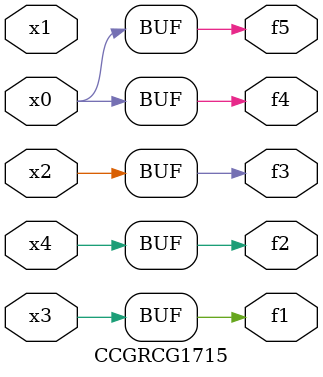
<source format=v>
module CCGRCG1715(
	input x0, x1, x2, x3, x4,
	output f1, f2, f3, f4, f5
);
	assign f1 = x3;
	assign f2 = x4;
	assign f3 = x2;
	assign f4 = x0;
	assign f5 = x0;
endmodule

</source>
